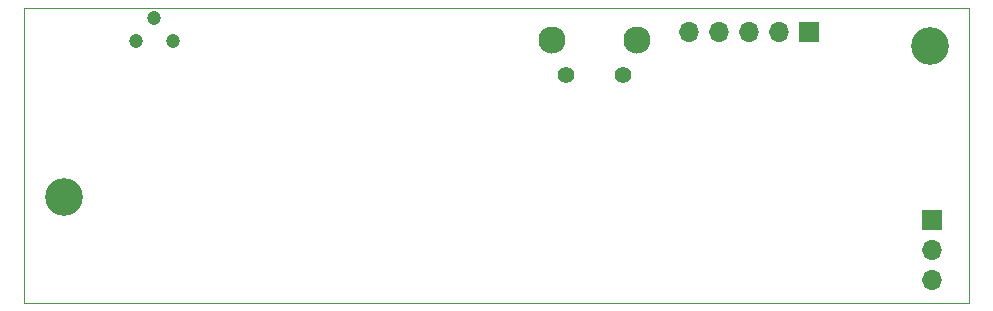
<source format=gbr>
G04 #@! TF.GenerationSoftware,KiCad,Pcbnew,(5.1.7)-1*
G04 #@! TF.CreationDate,2021-02-25T00:30:01+00:00*
G04 #@! TF.ProjectId,LedGateController,4c656447-6174-4654-936f-6e74726f6c6c,rev?*
G04 #@! TF.SameCoordinates,Original*
G04 #@! TF.FileFunction,Soldermask,Bot*
G04 #@! TF.FilePolarity,Negative*
%FSLAX46Y46*%
G04 Gerber Fmt 4.6, Leading zero omitted, Abs format (unit mm)*
G04 Created by KiCad (PCBNEW (5.1.7)-1) date 2021-02-25 00:30:01*
%MOMM*%
%LPD*%
G01*
G04 APERTURE LIST*
G04 #@! TA.AperFunction,Profile*
%ADD10C,0.050000*%
G04 #@! TD*
%ADD11C,1.400000*%
%ADD12C,2.300000*%
%ADD13C,1.200000*%
%ADD14C,3.200000*%
%ADD15O,1.700000X1.700000*%
%ADD16R,1.700000X1.700000*%
G04 APERTURE END LIST*
D10*
X0Y0D02*
X0Y-25010000D01*
X0Y0D02*
X80000000Y0D01*
X80000000Y-25000000D02*
X80000000Y0D01*
X0Y-25010000D02*
X80000000Y-25000000D01*
D11*
X50725000Y-5650000D03*
X45875000Y-5650000D03*
D12*
X44700000Y-2750000D03*
X51900000Y-2750000D03*
D13*
X9500000Y-2800000D03*
X11050000Y-850000D03*
X12600000Y-2800000D03*
D14*
X3350000Y-16000000D03*
X76750000Y-3250000D03*
D15*
X56340000Y-2000000D03*
X58880000Y-2000000D03*
X61420000Y-2000000D03*
X63960000Y-2000000D03*
D16*
X66500000Y-2000000D03*
D15*
X76850000Y-23030000D03*
X76850000Y-20490000D03*
D16*
X76850000Y-17950000D03*
M02*

</source>
